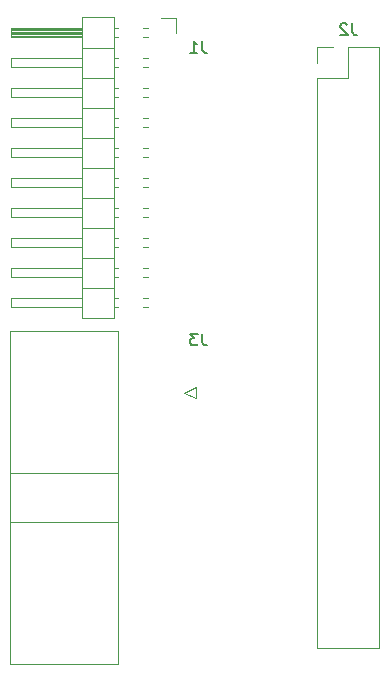
<source format=gbr>
%TF.GenerationSoftware,KiCad,Pcbnew,7.0.9*%
%TF.CreationDate,2023-12-24T18:40:11+00:00*%
%TF.ProjectId,GPIO2HUB75,4750494f-3248-4554-9237-352e6b696361,rev?*%
%TF.SameCoordinates,Original*%
%TF.FileFunction,Legend,Bot*%
%TF.FilePolarity,Positive*%
%FSLAX46Y46*%
G04 Gerber Fmt 4.6, Leading zero omitted, Abs format (unit mm)*
G04 Created by KiCad (PCBNEW 7.0.9) date 2023-12-24 18:40:11*
%MOMM*%
%LPD*%
G01*
G04 APERTURE LIST*
%ADD10C,0.150000*%
%ADD11C,0.120000*%
G04 APERTURE END LIST*
D10*
X110823333Y-76289819D02*
X110823333Y-77004104D01*
X110823333Y-77004104D02*
X110870952Y-77146961D01*
X110870952Y-77146961D02*
X110966190Y-77242200D01*
X110966190Y-77242200D02*
X111109047Y-77289819D01*
X111109047Y-77289819D02*
X111204285Y-77289819D01*
X110442380Y-76289819D02*
X109823333Y-76289819D01*
X109823333Y-76289819D02*
X110156666Y-76670771D01*
X110156666Y-76670771D02*
X110013809Y-76670771D01*
X110013809Y-76670771D02*
X109918571Y-76718390D01*
X109918571Y-76718390D02*
X109870952Y-76766009D01*
X109870952Y-76766009D02*
X109823333Y-76861247D01*
X109823333Y-76861247D02*
X109823333Y-77099342D01*
X109823333Y-77099342D02*
X109870952Y-77194580D01*
X109870952Y-77194580D02*
X109918571Y-77242200D01*
X109918571Y-77242200D02*
X110013809Y-77289819D01*
X110013809Y-77289819D02*
X110299523Y-77289819D01*
X110299523Y-77289819D02*
X110394761Y-77242200D01*
X110394761Y-77242200D02*
X110442380Y-77194580D01*
X123523333Y-50024819D02*
X123523333Y-50739104D01*
X123523333Y-50739104D02*
X123570952Y-50881961D01*
X123570952Y-50881961D02*
X123666190Y-50977200D01*
X123666190Y-50977200D02*
X123809047Y-51024819D01*
X123809047Y-51024819D02*
X123904285Y-51024819D01*
X123094761Y-50120057D02*
X123047142Y-50072438D01*
X123047142Y-50072438D02*
X122951904Y-50024819D01*
X122951904Y-50024819D02*
X122713809Y-50024819D01*
X122713809Y-50024819D02*
X122618571Y-50072438D01*
X122618571Y-50072438D02*
X122570952Y-50120057D01*
X122570952Y-50120057D02*
X122523333Y-50215295D01*
X122523333Y-50215295D02*
X122523333Y-50310533D01*
X122523333Y-50310533D02*
X122570952Y-50453390D01*
X122570952Y-50453390D02*
X123142380Y-51024819D01*
X123142380Y-51024819D02*
X122523333Y-51024819D01*
X110823333Y-51524819D02*
X110823333Y-52239104D01*
X110823333Y-52239104D02*
X110870952Y-52381961D01*
X110870952Y-52381961D02*
X110966190Y-52477200D01*
X110966190Y-52477200D02*
X111109047Y-52524819D01*
X111109047Y-52524819D02*
X111204285Y-52524819D01*
X109823333Y-52524819D02*
X110394761Y-52524819D01*
X110109047Y-52524819D02*
X110109047Y-51524819D01*
X110109047Y-51524819D02*
X110204285Y-51667676D01*
X110204285Y-51667676D02*
X110299523Y-51762914D01*
X110299523Y-51762914D02*
X110394761Y-51810533D01*
D11*
%TO.C,J3*%
X94560000Y-76070000D02*
X94560000Y-104270000D01*
X103680000Y-88120000D02*
X94560000Y-88120000D01*
X103680000Y-76070000D02*
X94560000Y-76070000D01*
X103680000Y-92220000D02*
X94560000Y-92220000D01*
X94560000Y-104270000D02*
X103680000Y-104270000D01*
X110300000Y-81780000D02*
X109300000Y-81280000D01*
X103680000Y-104270000D02*
X103680000Y-76070000D01*
X110300000Y-80780000D02*
X110300000Y-81780000D01*
X109300000Y-81280000D02*
X110300000Y-80780000D01*
%TO.C,J2*%
X120590000Y-54610000D02*
X120590000Y-102930000D01*
X120590000Y-52010000D02*
X120590000Y-53340000D01*
X121920000Y-52010000D02*
X120590000Y-52010000D01*
X123190000Y-54610000D02*
X120590000Y-54610000D01*
X123190000Y-52010000D02*
X123190000Y-54610000D01*
X125790000Y-102930000D02*
X120590000Y-102930000D01*
X125790000Y-52010000D02*
X123190000Y-52010000D01*
X125790000Y-52010000D02*
X125790000Y-102930000D01*
%TO.C,J1*%
X108585000Y-50800000D02*
X108585000Y-49530000D01*
X108585000Y-49530000D02*
X107315000Y-49530000D01*
X106272071Y-74040000D02*
X105817929Y-74040000D01*
X106272071Y-73280000D02*
X105817929Y-73280000D01*
X106272071Y-71500000D02*
X105817929Y-71500000D01*
X106272071Y-70740000D02*
X105817929Y-70740000D01*
X106272071Y-68960000D02*
X105817929Y-68960000D01*
X106272071Y-68200000D02*
X105817929Y-68200000D01*
X106272071Y-66420000D02*
X105817929Y-66420000D01*
X106272071Y-65660000D02*
X105817929Y-65660000D01*
X106272071Y-63880000D02*
X105817929Y-63880000D01*
X106272071Y-63120000D02*
X105817929Y-63120000D01*
X106272071Y-61340000D02*
X105817929Y-61340000D01*
X106272071Y-60580000D02*
X105817929Y-60580000D01*
X106272071Y-58800000D02*
X105817929Y-58800000D01*
X106272071Y-58040000D02*
X105817929Y-58040000D01*
X106272071Y-56260000D02*
X105817929Y-56260000D01*
X106272071Y-55500000D02*
X105817929Y-55500000D01*
X106272071Y-53720000D02*
X105817929Y-53720000D01*
X106272071Y-52960000D02*
X105817929Y-52960000D01*
X106205000Y-51180000D02*
X105817929Y-51180000D01*
X106205000Y-50420000D02*
X105817929Y-50420000D01*
X103732071Y-74040000D02*
X103335000Y-74040000D01*
X103732071Y-73280000D02*
X103335000Y-73280000D01*
X103732071Y-71500000D02*
X103335000Y-71500000D01*
X103732071Y-70740000D02*
X103335000Y-70740000D01*
X103732071Y-68960000D02*
X103335000Y-68960000D01*
X103732071Y-68200000D02*
X103335000Y-68200000D01*
X103732071Y-66420000D02*
X103335000Y-66420000D01*
X103732071Y-65660000D02*
X103335000Y-65660000D01*
X103732071Y-63880000D02*
X103335000Y-63880000D01*
X103732071Y-63120000D02*
X103335000Y-63120000D01*
X103732071Y-61340000D02*
X103335000Y-61340000D01*
X103732071Y-60580000D02*
X103335000Y-60580000D01*
X103732071Y-58800000D02*
X103335000Y-58800000D01*
X103732071Y-58040000D02*
X103335000Y-58040000D01*
X103732071Y-56260000D02*
X103335000Y-56260000D01*
X103732071Y-55500000D02*
X103335000Y-55500000D01*
X103732071Y-53720000D02*
X103335000Y-53720000D01*
X103732071Y-52960000D02*
X103335000Y-52960000D01*
X103732071Y-51180000D02*
X103335000Y-51180000D01*
X103732071Y-50420000D02*
X103335000Y-50420000D01*
X103335000Y-74990000D02*
X100675000Y-74990000D01*
X103335000Y-72390000D02*
X100675000Y-72390000D01*
X103335000Y-69850000D02*
X100675000Y-69850000D01*
X103335000Y-67310000D02*
X100675000Y-67310000D01*
X103335000Y-64770000D02*
X100675000Y-64770000D01*
X103335000Y-62230000D02*
X100675000Y-62230000D01*
X103335000Y-59690000D02*
X100675000Y-59690000D01*
X103335000Y-57150000D02*
X100675000Y-57150000D01*
X103335000Y-54610000D02*
X100675000Y-54610000D01*
X103335000Y-52070000D02*
X100675000Y-52070000D01*
X103335000Y-49470000D02*
X103335000Y-74990000D01*
X100675000Y-74990000D02*
X100675000Y-49470000D01*
X100675000Y-73280000D02*
X94675000Y-73280000D01*
X100675000Y-70740000D02*
X94675000Y-70740000D01*
X100675000Y-68200000D02*
X94675000Y-68200000D01*
X100675000Y-65660000D02*
X94675000Y-65660000D01*
X100675000Y-63120000D02*
X94675000Y-63120000D01*
X100675000Y-60580000D02*
X94675000Y-60580000D01*
X100675000Y-58040000D02*
X94675000Y-58040000D01*
X100675000Y-55500000D02*
X94675000Y-55500000D01*
X100675000Y-52960000D02*
X94675000Y-52960000D01*
X100675000Y-51080000D02*
X94675000Y-51080000D01*
X100675000Y-50960000D02*
X94675000Y-50960000D01*
X100675000Y-50840000D02*
X94675000Y-50840000D01*
X100675000Y-50720000D02*
X94675000Y-50720000D01*
X100675000Y-50600000D02*
X94675000Y-50600000D01*
X100675000Y-50480000D02*
X94675000Y-50480000D01*
X100675000Y-50420000D02*
X94675000Y-50420000D01*
X100675000Y-49470000D02*
X103335000Y-49470000D01*
X94675000Y-74040000D02*
X100675000Y-74040000D01*
X94675000Y-73280000D02*
X94675000Y-74040000D01*
X94675000Y-71500000D02*
X100675000Y-71500000D01*
X94675000Y-70740000D02*
X94675000Y-71500000D01*
X94675000Y-68960000D02*
X100675000Y-68960000D01*
X94675000Y-68200000D02*
X94675000Y-68960000D01*
X94675000Y-66420000D02*
X100675000Y-66420000D01*
X94675000Y-65660000D02*
X94675000Y-66420000D01*
X94675000Y-63880000D02*
X100675000Y-63880000D01*
X94675000Y-63120000D02*
X94675000Y-63880000D01*
X94675000Y-61340000D02*
X100675000Y-61340000D01*
X94675000Y-60580000D02*
X94675000Y-61340000D01*
X94675000Y-58800000D02*
X100675000Y-58800000D01*
X94675000Y-58040000D02*
X94675000Y-58800000D01*
X94675000Y-56260000D02*
X100675000Y-56260000D01*
X94675000Y-55500000D02*
X94675000Y-56260000D01*
X94675000Y-53720000D02*
X100675000Y-53720000D01*
X94675000Y-52960000D02*
X94675000Y-53720000D01*
X94675000Y-51180000D02*
X100675000Y-51180000D01*
X94675000Y-50420000D02*
X94675000Y-51180000D01*
%TD*%
M02*

</source>
